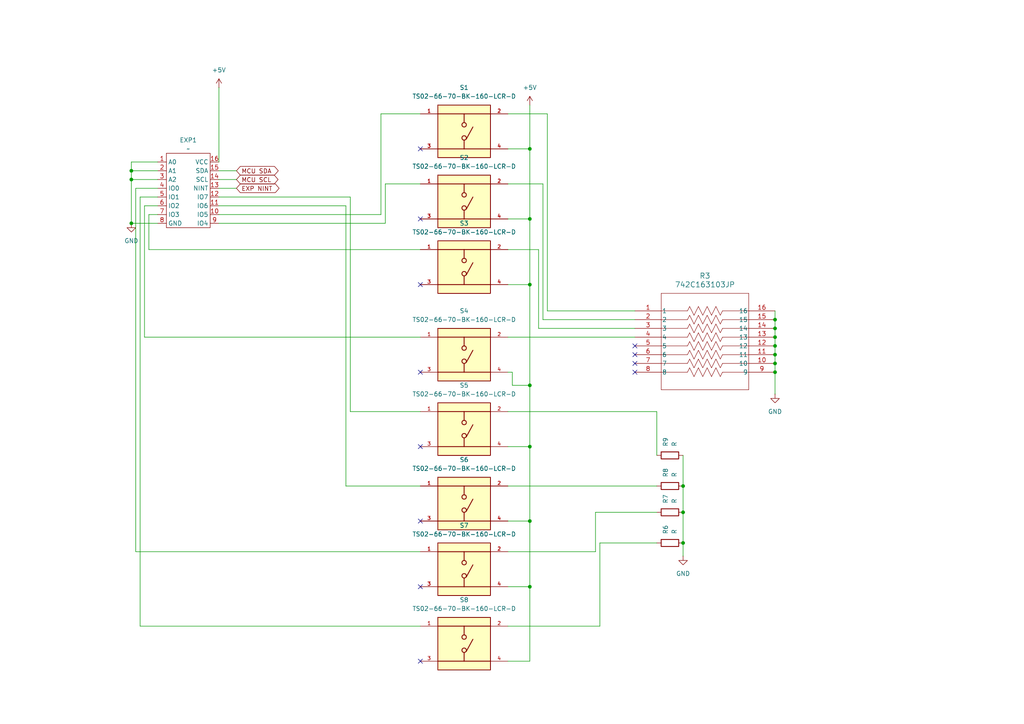
<source format=kicad_sch>
(kicad_sch (version 20231120) (generator "eeschema") (generator_version "8.0")
  (paper "A4")
  (lib_symbols
    (symbol "742C163103JP:742C163103JP" (pin_names (offset 0.254))
      (property "Reference" "R" (at 20.32 10.16 0))
      (property "Value" "742C163103JP" (at 20.32 7.62 0))
      (symbol "742C163103JP_1_1"
        (polyline (pts (xy 7.62 -22.86) (xy 33.02 -22.86)) (stroke (width 0.127)))
        (polyline (pts (xy 7.62 -17.78) (xy 15.24 -17.78)) (stroke (width 0.127)))
        (polyline (pts (xy 7.62 -15.24) (xy 15.24 -15.24)) (stroke (width 0.127)))
        (polyline (pts (xy 7.62 -12.7) (xy 15.24 -12.7)) (stroke (width 0.127)))
        (polyline (pts (xy 7.62 -10.16) (xy 15.24 -10.16)) (stroke (width 0.127)))
        (polyline (pts (xy 7.62 -7.62) (xy 15.24 -7.62)) (stroke (width 0.127)))
        (polyline (pts (xy 7.62 -5.08) (xy 15.24 -5.08)) (stroke (width 0.127)))
        (polyline (pts (xy 7.62 -2.54) (xy 15.24 -2.54)) (stroke (width 0.127)))
        (polyline (pts (xy 7.62 0) (xy 15.24 0)) (stroke (width 0.127)))
        (polyline (pts (xy 7.62 5.08) (xy 7.62 -22.86)) (stroke (width 0.127)))
        (polyline (pts (xy 15.24 -17.78) (xy 15.875 -16.51)) (stroke (width 0.127)))
        (polyline (pts (xy 15.24 -15.24) (xy 15.875 -13.97)) (stroke (width 0.127)))
        (polyline (pts (xy 15.24 -12.7) (xy 15.875 -11.43)) (stroke (width 0.127)))
        (polyline (pts (xy 15.24 -10.16) (xy 15.875 -8.89)) (stroke (width 0.127)))
        (polyline (pts (xy 15.24 -7.62) (xy 15.875 -6.35)) (stroke (width 0.127)))
        (polyline (pts (xy 15.24 -5.08) (xy 15.875 -3.81)) (stroke (width 0.127)))
        (polyline (pts (xy 15.24 -2.54) (xy 15.875 -1.27)) (stroke (width 0.127)))
        (polyline (pts (xy 15.24 0) (xy 15.875 1.27)) (stroke (width 0.127)))
        (polyline (pts (xy 15.875 -16.51) (xy 17.145 -19.05)) (stroke (width 0.127)))
        (polyline (pts (xy 15.875 -13.97) (xy 17.145 -16.51)) (stroke (width 0.127)))
        (polyline (pts (xy 15.875 -11.43) (xy 17.145 -13.97)) (stroke (width 0.127)))
        (polyline (pts (xy 15.875 -8.89) (xy 17.145 -11.43)) (stroke (width 0.127)))
        (polyline (pts (xy 15.875 -6.35) (xy 17.145 -8.89)) (stroke (width 0.127)))
        (polyline (pts (xy 15.875 -3.81) (xy 17.145 -6.35)) (stroke (width 0.127)))
        (polyline (pts (xy 15.875 -1.27) (xy 17.145 -3.81)) (stroke (width 0.127)))
        (polyline (pts (xy 15.875 1.27) (xy 17.145 -1.27)) (stroke (width 0.127)))
        (polyline (pts (xy 17.145 -19.05) (xy 18.415 -16.51)) (stroke (width 0.127)))
        (polyline (pts (xy 17.145 -16.51) (xy 18.415 -13.97)) (stroke (width 0.127)))
        (polyline (pts (xy 17.145 -13.97) (xy 18.415 -11.43)) (stroke (width 0.127)))
        (polyline (pts (xy 17.145 -11.43) (xy 18.415 -8.89)) (stroke (width 0.127)))
        (polyline (pts (xy 17.145 -8.89) (xy 18.415 -6.35)) (stroke (width 0.127)))
        (polyline (pts (xy 17.145 -6.35) (xy 18.415 -3.81)) (stroke (width 0.127)))
        (polyline (pts (xy 17.145 -3.81) (xy 18.415 -1.27)) (stroke (width 0.127)))
        (polyline (pts (xy 17.145 -1.27) (xy 18.415 1.27)) (stroke (width 0.127)))
        (polyline (pts (xy 18.415 -16.51) (xy 19.685 -19.05)) (stroke (width 0.127)))
        (polyline (pts (xy 18.415 -13.97) (xy 19.685 -16.51)) (stroke (width 0.127)))
        (polyline (pts (xy 18.415 -11.43) (xy 19.685 -13.97)) (stroke (width 0.127)))
        (polyline (pts (xy 18.415 -8.89) (xy 19.685 -11.43)) (stroke (width 0.127)))
        (polyline (pts (xy 18.415 -6.35) (xy 19.685 -8.89)) (stroke (width 0.127)))
        (polyline (pts (xy 18.415 -3.81) (xy 19.685 -6.35)) (stroke (width 0.127)))
        (polyline (pts (xy 18.415 -1.27) (xy 19.685 -3.81)) (stroke (width 0.127)))
        (polyline (pts (xy 18.415 1.27) (xy 19.685 -1.27)) (stroke (width 0.127)))
        (polyline (pts (xy 19.685 -19.05) (xy 20.955 -16.51)) (stroke (width 0.127)))
        (polyline (pts (xy 19.685 -16.51) (xy 20.955 -13.97)) (stroke (width 0.127)))
        (polyline (pts (xy 19.685 -13.97) (xy 20.955 -11.43)) (stroke (width 0.127)))
        (polyline (pts (xy 19.685 -11.43) (xy 20.955 -8.89)) (stroke (width 0.127)))
        (polyline (pts (xy 19.685 -8.89) (xy 20.955 -6.35)) (stroke (width 0.127)))
        (polyline (pts (xy 19.685 -6.35) (xy 20.955 -3.81)) (stroke (width 0.127)))
        (polyline (pts (xy 19.685 -3.81) (xy 20.955 -1.27)) (stroke (width 0.127)))
        (polyline (pts (xy 19.685 -1.27) (xy 20.955 1.27)) (stroke (width 0.127)))
        (polyline (pts (xy 20.955 -16.51) (xy 22.225 -19.05)) (stroke (width 0.127)))
        (polyline (pts (xy 20.955 -13.97) (xy 22.225 -16.51)) (stroke (width 0.127)))
        (polyline (pts (xy 20.955 -11.43) (xy 22.225 -13.97)) (stroke (width 0.127)))
        (polyline (pts (xy 20.955 -8.89) (xy 22.225 -11.43)) (stroke (width 0.127)))
        (polyline (pts (xy 20.955 -6.35) (xy 22.225 -8.89)) (stroke (width 0.127)))
        (polyline (pts (xy 20.955 -3.81) (xy 22.225 -6.35)) (stroke (width 0.127)))
        (polyline (pts (xy 20.955 -1.27) (xy 22.225 -3.81)) (stroke (width 0.127)))
        (polyline (pts (xy 20.955 1.27) (xy 22.225 -1.27)) (stroke (width 0.127)))
        (polyline (pts (xy 22.225 -19.05) (xy 23.495 -16.51)) (stroke (width 0.127)))
        (polyline (pts (xy 22.225 -16.51) (xy 23.495 -13.97)) (stroke (width 0.127)))
        (polyline (pts (xy 22.225 -13.97) (xy 23.495 -11.43)) (stroke (width 0.127)))
        (polyline (pts (xy 22.225 -11.43) (xy 23.495 -8.89)) (stroke (width 0.127)))
        (polyline (pts (xy 22.225 -8.89) (xy 23.495 -6.35)) (stroke (width 0.127)))
        (polyline (pts (xy 22.225 -6.35) (xy 23.495 -3.81)) (stroke (width 0.127)))
        (polyline (pts (xy 22.225 -3.81) (xy 23.495 -1.27)) (stroke (width 0.127)))
        (polyline (pts (xy 22.225 -1.27) (xy 23.495 1.27)) (stroke (width 0.127)))
        (polyline (pts (xy 23.495 -16.51) (xy 24.765 -19.05)) (stroke (width 0.127)))
        (polyline (pts (xy 23.495 -13.97) (xy 24.765 -16.51)) (stroke (width 0.127)))
        (polyline (pts (xy 23.495 -11.43) (xy 24.765 -13.97)) (stroke (width 0.127)))
        (polyline (pts (xy 23.495 -8.89) (xy 24.765 -11.43)) (stroke (width 0.127)))
        (polyline (pts (xy 23.495 -6.35) (xy 24.765 -8.89)) (stroke (width 0.127)))
        (polyline (pts (xy 23.495 -3.81) (xy 24.765 -6.35)) (stroke (width 0.127)))
        (polyline (pts (xy 23.495 -1.27) (xy 24.765 -3.81)) (stroke (width 0.127)))
        (polyline (pts (xy 23.495 1.27) (xy 24.765 -1.27)) (stroke (width 0.127)))
        (polyline (pts (xy 24.765 -19.05) (xy 25.4 -17.78)) (stroke (width 0.127)))
        (polyline (pts (xy 24.765 -16.51) (xy 25.4 -15.24)) (stroke (width 0.127)))
        (polyline (pts (xy 24.765 -13.97) (xy 25.4 -12.7)) (stroke (width 0.127)))
        (polyline (pts (xy 24.765 -11.43) (xy 25.4 -10.16)) (stroke (width 0.127)))
        (polyline (pts (xy 24.765 -8.89) (xy 25.4 -7.62)) (stroke (width 0.127)))
        (polyline (pts (xy 24.765 -6.35) (xy 25.4 -5.08)) (stroke (width 0.127)))
        (polyline (pts (xy 24.765 -3.81) (xy 25.4 -2.54)) (stroke (width 0.127)))
        (polyline (pts (xy 24.765 -1.27) (xy 25.4 0)) (stroke (width 0.127)))
        (polyline (pts (xy 33.02 -22.86) (xy 33.02 5.08)) (stroke (width 0.127)))
        (polyline (pts (xy 33.02 -17.78) (xy 25.4 -17.78)) (stroke (width 0.127)))
        (polyline (pts (xy 33.02 -15.24) (xy 25.4 -15.24)) (stroke (width 0.127)))
        (polyline (pts (xy 33.02 -12.7) (xy 25.4 -12.7)) (stroke (width 0.127)))
        (polyline (pts (xy 33.02 -10.16) (xy 25.4 -10.16)) (stroke (width 0.127)))
        (polyline (pts (xy 33.02 -7.62) (xy 25.4 -7.62)) (stroke (width 0.127)))
        (polyline (pts (xy 33.02 -5.08) (xy 25.4 -5.08)) (stroke (width 0.127)))
        (polyline (pts (xy 33.02 -2.54) (xy 25.4 -2.54)) (stroke (width 0.127)))
        (polyline (pts (xy 33.02 0) (xy 25.4 0)) (stroke (width 0.127)))
        (polyline (pts (xy 33.02 5.08) (xy 7.62 5.08)) (stroke (width 0.127)))
        (pin unspecified line (at 0 0 0) (length 7.62) (name "1") (number "1"))
        (pin unspecified line (at 40.64 -15.24 180) (length 7.62) (name "10") (number "10"))
        (pin unspecified line (at 40.64 -12.7 180) (length 7.62) (name "11") (number "11"))
        (pin unspecified line (at 40.64 -10.16 180) (length 7.62) (name "12") (number "12"))
        (pin unspecified line (at 40.64 -7.62 180) (length 7.62) (name "13") (number "13"))
        (pin unspecified line (at 40.64 -5.08 180) (length 7.62) (name "14") (number "14"))
        (pin unspecified line (at 40.64 -2.54 180) (length 7.62) (name "15") (number "15"))
        (pin unspecified line (at 40.64 0 180) (length 7.62) (name "16") (number "16"))
        (pin unspecified line (at 0 -2.54 0) (length 7.62) (name "2") (number "2"))
        (pin unspecified line (at 0 -5.08 0) (length 7.62) (name "3") (number "3"))
        (pin unspecified line (at 0 -7.62 0) (length 7.62) (name "4") (number "4"))
        (pin unspecified line (at 0 -10.16 0) (length 7.62) (name "5") (number "5"))
        (pin unspecified line (at 0 -12.7 0) (length 7.62) (name "6") (number "6"))
        (pin unspecified line (at 0 -15.24 0) (length 7.62) (name "7") (number "7"))
        (pin unspecified line (at 0 -17.78 0) (length 7.62) (name "8") (number "8"))
        (pin unspecified line (at 40.64 -17.78 180) (length 7.62) (name "9") (number "9"))
      )
    )
    (symbol "Device:R" (pin_numbers hide) (pin_names (offset 0))
      (property "Reference" "R" (at 2.032 0 90))
      (property "Value" "R" (at 0 0 90))
      (symbol "R_0_1"
        (rectangle (start -1.016 -2.54) (end 1.016 2.54) (stroke (width 0.254)))
      )
      (symbol "R_1_1"
        (pin passive line (at 0 3.81 270) (length 1.27) (name "~") (number "1"))
        (pin passive line (at 0 -3.81 90) (length 1.27) (name "~") (number "2"))
      )
    )
    (symbol "TS02-66-70-BK-160-LCR-D:TS02-66-70-BK-160-LCR-D" (pin_names (offset 1.016))
      (property "Reference" "S" (at -7.62 8.382 0))
      (property "Value" "TS02-66-70-BK-160-LCR-D" (at -7.62 -8.382 0))
      (symbol "TS02-66-70-BK-160-LCR-D_0_0"
        (rectangle (start -7.62 -7.62) (end 7.62 7.62) (stroke (width 0.254)) (fill (type background)))
        (circle (center 0 -1.905) (radius 0.635) (stroke (width 0.254)))
        (polyline (pts (xy 0 -5.08) (xy -7.62 -5.08)) (stroke (width 0.254)))
        (polyline (pts (xy 0 -5.08) (xy 7.62 -5.08)) (stroke (width 0.254)))
        (polyline (pts (xy 0 -2.54) (xy 0 -5.08)) (stroke (width 0.254)))
        (polyline (pts (xy 0 5.08) (xy -7.62 5.08)) (stroke (width 0.254)))
        (polyline (pts (xy 0 5.08) (xy 0 2.54)) (stroke (width 0.254)))
        (polyline (pts (xy 0 5.08) (xy 7.62 5.08)) (stroke (width 0.254)))
        (polyline (pts (xy 0.635 -2.2225) (xy 2.54 1.27)) (stroke (width 0.254)))
        (circle (center 0 1.905) (radius 0.635) (stroke (width 0.254)))
        (pin passive line (at -12.7 5.08 0) (length 5.08) (name "~") (number "1"))
        (pin passive line (at 12.7 5.08 180) (length 5.08) (name "~") (number "2"))
        (pin passive line (at -12.7 -5.08 0) (length 5.08) (name "~") (number "3"))
        (pin passive line (at 12.7 -5.08 180) (length 5.08) (name "~") (number "4"))
      )
    )
    (symbol "power:+5V" (power) (pin_numbers hide) (pin_names (offset 0) hide)
      (property "Value" "+5V" (at 0 3.556 0))
      (symbol "+5V_0_1"
        (polyline (pts (xy -0.762 1.27) (xy 0 2.54)))
        (polyline (pts (xy 0 0) (xy 0 2.54)))
        (polyline (pts (xy 0 2.54) (xy 0.762 1.27)))
      )
      (symbol "+5V_1_1"
        (pin power_in line (at 0 0 90) (length 0) (name "~") (number "1"))
      )
    )
    (symbol "power:GND" (power) (pin_numbers hide) (pin_names (offset 0) hide)
      (property "Value" "GND" (at 0 -3.81 0))
      (symbol "GND_0_1"
        (polyline (pts (xy 0 0) (xy 0 -1.27) (xy 1.27 -1.27) (xy 0 -2.54) (xy -1.27 -1.27) (xy 0 -1.27)))
      )
      (symbol "GND_1_1"
        (pin power_in line (at 0 0 270) (length 0) (name "~") (number "1"))
      )
    )
    (symbol "sienikomponentit:PI4IOE5V9554ALEX"
      (property "Reference" "EXP" (at 3.81 -0.254 0))
      (symbol "PI4IOE5V9554ALEX_0_1"
        (rectangle (start -2.54 -1.27) (end 10.16 -22.86))
      )
      (symbol "PI4IOE5V9554ALEX_1_1"
        (pin passive line (at -5.08 -3.81 0) (length 2.54) (name "A0") (number "1"))
        (pin bidirectional line (at 12.7 -19.05 180) (length 2.54) (name "IO5") (number "10"))
        (pin bidirectional line (at 12.7 -16.51 180) (length 2.54) (name "IO6") (number "11"))
        (pin bidirectional line (at 12.7 -13.97 180) (length 2.54) (name "IO7") (number "12"))
        (pin output line (at 12.7 -11.43 180) (length 2.54) (name "NINT") (number "13"))
        (pin input line (at 12.7 -8.89 180) (length 2.54) (name "SCL") (number "14"))
        (pin bidirectional line (at 12.7 -6.35 180) (length 2.54) (name "SDA") (number "15"))
        (pin power_in line (at 12.7 -3.81 180) (length 2.54) (name "VCC") (number "16"))
        (pin passive line (at -5.08 -6.35 0) (length 2.54) (name "A1") (number "2"))
        (pin passive line (at -5.08 -8.89 0) (length 2.54) (name "A2") (number "3"))
        (pin bidirectional line (at -5.08 -11.43 0) (length 2.54) (name "IO0") (number "4"))
        (pin bidirectional line (at -5.08 -13.97 0) (length 2.54) (name "IO1") (number "5"))
        (pin bidirectional line (at -5.08 -16.51 0) (length 2.54) (name "IO2") (number "6"))
        (pin bidirectional line (at -5.08 -19.05 0) (length 2.54) (name "IO3") (number "7"))
        (pin passive line (at -5.08 -21.59 0) (length 2.54) (name "GND") (number "8"))
        (pin bidirectional line (at 12.7 -21.59 180) (length 2.54) (name "IO4") (number "9"))
      )
    )
  )
  (junction (at 153.67 63.5))
  (junction (at 224.79 92.71))
  (junction (at 38.1 52.07))
  (junction (at 153.67 129.54))
  (junction (at 153.67 111.76))
  (junction (at 153.67 170.18))
  (junction (at 198.12 148.59))
  (junction (at 224.79 107.95))
  (junction (at 224.79 102.87))
  (junction (at 224.79 100.33))
  (junction (at 198.12 157.48))
  (junction (at 153.67 151.13))
  (junction (at 224.79 105.41))
  (junction (at 38.1 64.77))
  (junction (at 38.1 49.53))
  (junction (at 153.67 82.55))
  (junction (at 153.67 43.18))
  (junction (at 224.79 95.25))
  (junction (at 224.79 97.79))
  (junction (at 198.12 140.97))
  (no_connect (at 121.92 170.18))
  (no_connect (at 184.15 102.87))
  (no_connect (at 121.92 82.55))
  (no_connect (at 184.15 100.33))
  (no_connect (at 121.92 43.18))
  (no_connect (at 121.92 107.95))
  (no_connect (at 121.92 129.54))
  (no_connect (at 184.15 107.95))
  (no_connect (at 121.92 191.77))
  (no_connect (at 121.92 151.13))
  (no_connect (at 184.15 105.41))
  (no_connect (at 121.92 63.5))
  (wire (pts (xy 38.1 49.53) (xy 38.1 52.07)))
  (wire (pts (xy 224.79 92.71) (xy 224.79 95.25)))
  (wire (pts (xy 101.6 119.38) (xy 121.92 119.38)))
  (wire (pts (xy 153.67 111.76) (xy 153.67 129.54)))
  (wire (pts (xy 38.1 52.07) (xy 38.1 64.77)))
  (wire (pts (xy 157.48 53.34) (xy 157.48 92.71)))
  (wire (pts (xy 147.32 160.02) (xy 172.72 160.02)))
  (wire (pts (xy 147.32 170.18) (xy 153.67 170.18)))
  (wire (pts (xy 39.37 54.61) (xy 39.37 160.02)))
  (wire (pts (xy 153.67 129.54) (xy 153.67 151.13)))
  (wire (pts (xy 153.67 30.48) (xy 153.67 43.18)))
  (wire (pts (xy 153.67 82.55) (xy 153.67 111.76)))
  (wire (pts (xy 190.5 119.38) (xy 190.5 132.08)))
  (wire (pts (xy 198.12 140.97) (xy 198.12 148.59)))
  (wire (pts (xy 38.1 52.07) (xy 45.72 52.07)))
  (wire (pts (xy 147.32 82.55) (xy 153.67 82.55)))
  (wire (pts (xy 224.79 90.17) (xy 224.79 92.71)))
  (wire (pts (xy 100.33 140.97) (xy 121.92 140.97)))
  (wire (pts (xy 63.5 52.07) (xy 68.58 52.07)))
  (wire (pts (xy 224.79 102.87) (xy 224.79 105.41)))
  (wire (pts (xy 63.5 64.77) (xy 111.76 64.77)))
  (wire (pts (xy 147.32 181.61) (xy 173.99 181.61)))
  (wire (pts (xy 41.91 59.69) (xy 41.91 97.79)))
  (wire (pts (xy 148.59 107.95) (xy 148.59 111.76)))
  (wire (pts (xy 45.72 57.15) (xy 40.64 57.15)))
  (wire (pts (xy 147.32 43.18) (xy 153.67 43.18)))
  (wire (pts (xy 39.37 160.02) (xy 121.92 160.02)))
  (wire (pts (xy 147.32 53.34) (xy 157.48 53.34)))
  (wire (pts (xy 101.6 57.15) (xy 101.6 119.38)))
  (wire (pts (xy 172.72 148.59) (xy 172.72 160.02)))
  (wire (pts (xy 63.5 54.61) (xy 68.58 54.61)))
  (wire (pts (xy 147.32 63.5) (xy 153.67 63.5)))
  (wire (pts (xy 157.48 92.71) (xy 184.15 92.71)))
  (wire (pts (xy 110.49 33.02) (xy 121.92 33.02)))
  (wire (pts (xy 158.75 90.17) (xy 184.15 90.17)))
  (wire (pts (xy 45.72 54.61) (xy 39.37 54.61)))
  (wire (pts (xy 147.32 97.79) (xy 184.15 97.79)))
  (wire (pts (xy 147.32 140.97) (xy 190.5 140.97)))
  (wire (pts (xy 198.12 157.48) (xy 198.12 161.29)))
  (wire (pts (xy 224.79 107.95) (xy 224.79 114.3)))
  (wire (pts (xy 224.79 100.33) (xy 224.79 102.87)))
  (wire (pts (xy 38.1 49.53) (xy 45.72 49.53)))
  (wire (pts (xy 153.67 170.18) (xy 153.67 191.77)))
  (wire (pts (xy 110.49 62.23) (xy 110.49 33.02)))
  (wire (pts (xy 153.67 43.18) (xy 153.67 63.5)))
  (wire (pts (xy 45.72 46.99) (xy 38.1 46.99)))
  (wire (pts (xy 147.32 119.38) (xy 190.5 119.38)))
  (wire (pts (xy 147.32 33.02) (xy 158.75 33.02)))
  (wire (pts (xy 158.75 33.02) (xy 158.75 90.17)))
  (wire (pts (xy 111.76 64.77) (xy 111.76 53.34)))
  (wire (pts (xy 147.32 107.95) (xy 148.59 107.95)))
  (wire (pts (xy 153.67 151.13) (xy 153.67 170.18)))
  (wire (pts (xy 45.72 62.23) (xy 43.18 62.23)))
  (wire (pts (xy 63.5 59.69) (xy 100.33 59.69)))
  (wire (pts (xy 156.21 72.39) (xy 156.21 95.25)))
  (wire (pts (xy 224.79 95.25) (xy 224.79 97.79)))
  (wire (pts (xy 147.32 72.39) (xy 156.21 72.39)))
  (wire (pts (xy 43.18 62.23) (xy 43.18 72.39)))
  (wire (pts (xy 100.33 59.69) (xy 100.33 140.97)))
  (wire (pts (xy 43.18 72.39) (xy 121.92 72.39)))
  (wire (pts (xy 224.79 105.41) (xy 224.79 107.95)))
  (wire (pts (xy 153.67 63.5) (xy 153.67 82.55)))
  (wire (pts (xy 111.76 53.34) (xy 121.92 53.34)))
  (wire (pts (xy 63.5 62.23) (xy 110.49 62.23)))
  (wire (pts (xy 45.72 59.69) (xy 41.91 59.69)))
  (wire (pts (xy 63.5 57.15) (xy 101.6 57.15)))
  (wire (pts (xy 63.5 49.53) (xy 68.58 49.53)))
  (wire (pts (xy 147.32 151.13) (xy 153.67 151.13)))
  (wire (pts (xy 63.5 25.4) (xy 63.5 46.99)))
  (wire (pts (xy 40.64 181.61) (xy 121.92 181.61)))
  (wire (pts (xy 121.92 97.79) (xy 41.91 97.79)))
  (wire (pts (xy 147.32 129.54) (xy 153.67 129.54)))
  (wire (pts (xy 198.12 148.59) (xy 198.12 157.48)))
  (wire (pts (xy 198.12 132.08) (xy 198.12 140.97)))
  (wire (pts (xy 38.1 64.77) (xy 45.72 64.77)))
  (wire (pts (xy 148.59 111.76) (xy 153.67 111.76)))
  (wire (pts (xy 38.1 46.99) (xy 38.1 49.53)))
  (wire (pts (xy 156.21 95.25) (xy 184.15 95.25)))
  (wire (pts (xy 190.5 148.59) (xy 172.72 148.59)))
  (wire (pts (xy 40.64 57.15) (xy 40.64 181.61)))
  (wire (pts (xy 173.99 157.48) (xy 173.99 181.61)))
  (wire (pts (xy 147.32 191.77) (xy 153.67 191.77)))
  (wire (pts (xy 190.5 157.48) (xy 173.99 157.48)))
  (wire (pts (xy 224.79 97.79) (xy 224.79 100.33)))
  (global_label "MCU SDA" (shape bidirectional) (at 68.58 49.53 0) (property "Intersheetrefs" "${INTERSHEET_REFS}" (effects (hide yes))))
  (global_label "MCU SCL" (shape bidirectional) (at 68.58 52.07 0) (property "Intersheetrefs" "${INTERSHEET_REFS}" (effects (hide yes))))
  (global_label "EXP NINT" (shape bidirectional) (at 68.58 54.61 0) (property "Intersheetrefs" "${INTERSHEET_REFS}" (effects (hide yes))))
  (symbol (lib_id "power:+5V") (at 153.67 30.48 0) (unit 1)
    (property "Reference" "#PWR07" (effects (hide yes)))
    (property "Value" "+5V" (at 153.67 25.4 0))
    (property "Description" "Power symbol creates a global label with name \"+5V\"" (effects (hide yes)))
  )
  (symbol (lib_id "Device:R") (at 194.31 132.08 90) (unit 1)
    (property "Reference" "R9" (at 193.0399 129.54 0) (effects (justify left)))
    (property "Value" "R" (at 195.5799 129.54 0) (effects (justify left)))
    (property "Footprint" "Resistor_SMD:R_0805_2012Metric_Pad1.20x1.40mm_HandSolder" (effects (hide yes)))
    (property "Description" "Resistor" (effects (hide yes)))
  )
  (symbol (lib_id "TS02-66-70-BK-160-LCR-D:TS02-66-70-BK-160-LCR-D") (at 134.62 146.05 0) (unit 1)
    (property "Reference" "S6" (at 134.62 133.35 0))
    (property "Value" "TS02-66-70-BK-160-LCR-D" (at 134.62 135.89 0))
    (property "Footprint" "TS02_66_70_BK_160_LCR_D:SW_TS02-66-70-BK-160-LCR-D" (effects (hide yes)))
    (property "PARTREV" "1.0" (effects (hide yes)))
    (property "MANUFACTURER" "CUI Devices" (effects (hide yes)))
    (property "STANDARD" "Manufacturer Recommendations" (effects (hide yes)))
  )
  (symbol (lib_id "power:GND") (at 38.1 64.77 0) (unit 1)
    (property "Reference" "#PWR04" (effects (hide yes)))
    (property "Value" "GND" (at 38.1 69.85 0))
    (property "Description" "Power symbol creates a global label with name \"GND\" , ground" (effects (hide yes)))
  )
  (symbol (lib_id "power:GND") (at 224.79 114.3 0) (unit 1)
    (property "Reference" "#PWR06" (effects (hide yes)))
    (property "Value" "GND" (at 224.79 119.38 0))
    (property "Description" "Power symbol creates a global label with name \"GND\" , ground" (effects (hide yes)))
  )
  (symbol (lib_id "Device:R") (at 194.31 157.48 90) (unit 1)
    (property "Reference" "R6" (at 193.0399 154.94 0) (effects (justify left)))
    (property "Value" "R" (at 195.5799 154.94 0) (effects (justify left)))
    (property "Footprint" "Resistor_SMD:R_0805_2012Metric_Pad1.20x1.40mm_HandSolder" (effects (hide yes)))
    (property "Description" "Resistor" (effects (hide yes)))
  )
  (symbol (lib_id "TS02-66-70-BK-160-LCR-D:TS02-66-70-BK-160-LCR-D") (at 134.62 124.46 0) (unit 1)
    (property "Reference" "S5" (at 134.62 111.76 0))
    (property "Value" "TS02-66-70-BK-160-LCR-D" (at 134.62 114.3 0))
    (property "Footprint" "TS02_66_70_BK_160_LCR_D:SW_TS02-66-70-BK-160-LCR-D" (effects (hide yes)))
    (property "PARTREV" "1.0" (effects (hide yes)))
    (property "MANUFACTURER" "CUI Devices" (effects (hide yes)))
    (property "STANDARD" "Manufacturer Recommendations" (effects (hide yes)))
  )
  (symbol (lib_id "742C163103JP:742C163103JP") (at 184.15 90.17 0) (unit 1)
    (property "Reference" "R3" (at 204.47 80.01 0) (effects (font (size 1.524 1.524))))
    (property "Value" "742C163103JP" (at 204.47 82.55 0) (effects (font (size 1.524 1.524))))
    (property "Footprint" "742C163103JP:RES_CTS74X_6P4X1P6_CTS" (effects (hide yes)))
    (property "Datasheet" "742C163103JP" (effects (hide yes)))
  )
  (symbol (lib_id "power:GND") (at 198.12 161.29 0) (unit 1)
    (property "Reference" "#PWR015" (effects (hide yes)))
    (property "Value" "GND" (at 198.12 166.37 0))
    (property "Description" "Power symbol creates a global label with name \"GND\" , ground" (effects (hide yes)))
  )
  (symbol (lib_id "TS02-66-70-BK-160-LCR-D:TS02-66-70-BK-160-LCR-D") (at 134.62 38.1 0) (unit 1)
    (property "Reference" "S1" (at 134.62 25.4 0))
    (property "Value" "TS02-66-70-BK-160-LCR-D" (at 134.62 27.94 0))
    (property "Footprint" "TS02_66_70_BK_160_LCR_D:SW_TS02-66-70-BK-160-LCR-D" (effects (hide yes)))
    (property "PARTREV" "1.0" (effects (hide yes)))
    (property "MANUFACTURER" "CUI Devices" (effects (hide yes)))
    (property "STANDARD" "Manufacturer Recommendations" (effects (hide yes)))
  )
  (symbol (lib_id "TS02-66-70-BK-160-LCR-D:TS02-66-70-BK-160-LCR-D") (at 134.62 77.47 0) (unit 1)
    (property "Reference" "S3" (at 134.62 64.77 0))
    (property "Value" "TS02-66-70-BK-160-LCR-D" (at 134.62 67.31 0))
    (property "Footprint" "TS02_66_70_BK_160_LCR_D:SW_TS02-66-70-BK-160-LCR-D" (effects (hide yes)))
    (property "PARTREV" "1.0" (effects (hide yes)))
    (property "MANUFACTURER" "CUI Devices" (effects (hide yes)))
    (property "STANDARD" "Manufacturer Recommendations" (effects (hide yes)))
  )
  (symbol (lib_id "TS02-66-70-BK-160-LCR-D:TS02-66-70-BK-160-LCR-D") (at 134.62 102.87 0) (unit 1)
    (property "Reference" "S4" (at 134.62 90.17 0))
    (property "Value" "TS02-66-70-BK-160-LCR-D" (at 134.62 92.71 0))
    (property "Footprint" "TS02_66_70_BK_160_LCR_D:SW_TS02-66-70-BK-160-LCR-D" (effects (hide yes)))
    (property "PARTREV" "1.0" (effects (hide yes)))
    (property "MANUFACTURER" "CUI Devices" (effects (hide yes)))
    (property "STANDARD" "Manufacturer Recommendations" (effects (hide yes)))
  )
  (symbol (lib_id "TS02-66-70-BK-160-LCR-D:TS02-66-70-BK-160-LCR-D") (at 134.62 186.69 0) (unit 1)
    (property "Reference" "S8" (at 134.62 173.99 0))
    (property "Value" "TS02-66-70-BK-160-LCR-D" (at 134.62 176.53 0))
    (property "Footprint" "TS02_66_70_BK_160_LCR_D:SW_TS02-66-70-BK-160-LCR-D" (effects (hide yes)))
    (property "PARTREV" "1.0" (effects (hide yes)))
    (property "MANUFACTURER" "CUI Devices" (effects (hide yes)))
    (property "STANDARD" "Manufacturer Recommendations" (effects (hide yes)))
  )
  (symbol (lib_id "Device:R") (at 194.31 140.97 90) (unit 1)
    (property "Reference" "R8" (at 193.0399 138.43 0) (effects (justify left)))
    (property "Value" "R" (at 195.5799 138.43 0) (effects (justify left)))
    (property "Footprint" "Resistor_SMD:R_0805_2012Metric_Pad1.20x1.40mm_HandSolder" (effects (hide yes)))
    (property "Description" "Resistor" (effects (hide yes)))
  )
  (symbol (lib_id "TS02-66-70-BK-160-LCR-D:TS02-66-70-BK-160-LCR-D") (at 134.62 165.1 0) (unit 1)
    (property "Reference" "S7" (at 134.62 152.4 0))
    (property "Value" "TS02-66-70-BK-160-LCR-D" (at 134.62 154.94 0))
    (property "Footprint" "TS02_66_70_BK_160_LCR_D:SW_TS02-66-70-BK-160-LCR-D" (effects (hide yes)))
    (property "PARTREV" "1.0" (effects (hide yes)))
    (property "MANUFACTURER" "CUI Devices" (effects (hide yes)))
    (property "STANDARD" "Manufacturer Recommendations" (effects (hide yes)))
  )
  (symbol (lib_id "TS02-66-70-BK-160-LCR-D:TS02-66-70-BK-160-LCR-D") (at 134.62 58.42 0) (unit 1)
    (property "Reference" "S2" (at 134.62 45.72 0))
    (property "Value" "TS02-66-70-BK-160-LCR-D" (at 134.62 48.26 0))
    (property "Footprint" "TS02_66_70_BK_160_LCR_D:SW_TS02-66-70-BK-160-LCR-D" (effects (hide yes)))
    (property "PARTREV" "1.0" (effects (hide yes)))
    (property "MANUFACTURER" "CUI Devices" (effects (hide yes)))
    (property "STANDARD" "Manufacturer Recommendations" (effects (hide yes)))
  )
  (symbol (lib_id "Device:R") (at 194.31 148.59 90) (unit 1)
    (property "Reference" "R7" (at 193.0399 146.05 0) (effects (justify left)))
    (property "Value" "R" (at 195.5799 146.05 0) (effects (justify left)))
    (property "Footprint" "Resistor_SMD:R_0805_2012Metric_Pad1.20x1.40mm_HandSolder" (effects (hide yes)))
    (property "Description" "Resistor" (effects (hide yes)))
  )
  (symbol (lib_id "sienikomponentit:PI4IOE5V9554ALEX") (at 50.8 43.18 0) (unit 1)
    (property "Reference" "EXP1" (at 54.61 40.64 0))
    (property "Value" "~" (at 54.61 43.18 0))
    (property "Footprint" "Package_SO:TSSOP-16_4.4x5mm_P0.65mm" (effects (hide yes)))
  )
  (symbol (lib_id "power:+5V") (at 63.5 25.4 0) (unit 1)
    (property "Reference" "#PWR05" (effects (hide yes)))
    (property "Value" "+5V" (at 63.5 20.32 0))
    (property "Description" "Power symbol creates a global label with name \"+5V\"" (effects (hide yes)))
  )
)
</source>
